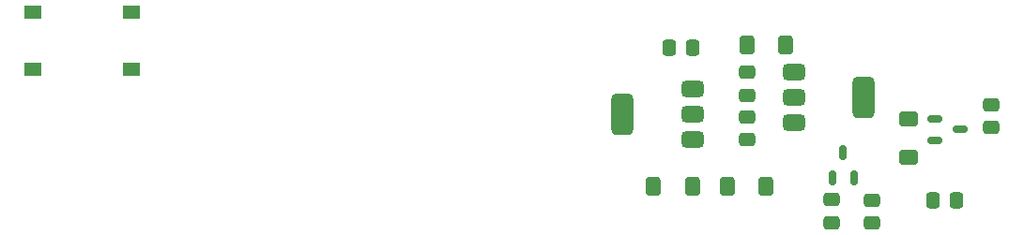
<source format=gbr>
%TF.GenerationSoftware,KiCad,Pcbnew,9.0.5*%
%TF.CreationDate,2025-11-27T11:00:23+01:00*%
%TF.ProjectId,Powersupply,506f7765-7273-4757-9070-6c792e6b6963,rev?*%
%TF.SameCoordinates,Original*%
%TF.FileFunction,Paste,Top*%
%TF.FilePolarity,Positive*%
%FSLAX46Y46*%
G04 Gerber Fmt 4.6, Leading zero omitted, Abs format (unit mm)*
G04 Created by KiCad (PCBNEW 9.0.5) date 2025-11-27 11:00:23*
%MOMM*%
%LPD*%
G01*
G04 APERTURE LIST*
G04 Aperture macros list*
%AMRoundRect*
0 Rectangle with rounded corners*
0 $1 Rounding radius*
0 $2 $3 $4 $5 $6 $7 $8 $9 X,Y pos of 4 corners*
0 Add a 4 corners polygon primitive as box body*
4,1,4,$2,$3,$4,$5,$6,$7,$8,$9,$2,$3,0*
0 Add four circle primitives for the rounded corners*
1,1,$1+$1,$2,$3*
1,1,$1+$1,$4,$5*
1,1,$1+$1,$6,$7*
1,1,$1+$1,$8,$9*
0 Add four rect primitives between the rounded corners*
20,1,$1+$1,$2,$3,$4,$5,0*
20,1,$1+$1,$4,$5,$6,$7,0*
20,1,$1+$1,$6,$7,$8,$9,0*
20,1,$1+$1,$8,$9,$2,$3,0*%
G04 Aperture macros list end*
%ADD10RoundRect,0.250000X-0.475000X0.337500X-0.475000X-0.337500X0.475000X-0.337500X0.475000X0.337500X0*%
%ADD11RoundRect,0.375000X-0.625000X-0.375000X0.625000X-0.375000X0.625000X0.375000X-0.625000X0.375000X0*%
%ADD12RoundRect,0.500000X-0.500000X-1.400000X0.500000X-1.400000X0.500000X1.400000X-0.500000X1.400000X0*%
%ADD13RoundRect,0.250000X-0.400000X-0.600000X0.400000X-0.600000X0.400000X0.600000X-0.400000X0.600000X0*%
%ADD14RoundRect,0.250000X0.475000X-0.337500X0.475000X0.337500X-0.475000X0.337500X-0.475000X-0.337500X0*%
%ADD15RoundRect,0.250000X0.400000X0.600000X-0.400000X0.600000X-0.400000X-0.600000X0.400000X-0.600000X0*%
%ADD16RoundRect,0.250000X-0.600000X0.400000X-0.600000X-0.400000X0.600000X-0.400000X0.600000X0.400000X0*%
%ADD17RoundRect,0.250000X0.337500X0.475000X-0.337500X0.475000X-0.337500X-0.475000X0.337500X-0.475000X0*%
%ADD18RoundRect,0.150000X-0.512500X-0.150000X0.512500X-0.150000X0.512500X0.150000X-0.512500X0.150000X0*%
%ADD19R,1.500000X1.300000*%
%ADD20RoundRect,0.250000X-0.337500X-0.475000X0.337500X-0.475000X0.337500X0.475000X-0.337500X0.475000X0*%
%ADD21RoundRect,0.375000X0.625000X0.375000X-0.625000X0.375000X-0.625000X-0.375000X0.625000X-0.375000X0*%
%ADD22RoundRect,0.500000X0.500000X1.400000X-0.500000X1.400000X-0.500000X-1.400000X0.500000X-1.400000X0*%
%ADD23RoundRect,0.150000X0.150000X-0.512500X0.150000X0.512500X-0.150000X0.512500X-0.150000X-0.512500X0*%
G04 APERTURE END LIST*
D10*
%TO.C,R6*%
X161100000Y-108232500D03*
X161100000Y-110307500D03*
%TD*%
D11*
%TO.C,Q2*%
X154040000Y-96677500D03*
X154040000Y-98977500D03*
D12*
X160340000Y-98977500D03*
D11*
X154040000Y-101277500D03*
%TD*%
D13*
%TO.C,D3*%
X149812500Y-94180000D03*
X153312500Y-94180000D03*
%TD*%
D10*
%TO.C,R4*%
X149840000Y-96692500D03*
X149840000Y-98767500D03*
%TD*%
D14*
%TO.C,I_SET1*%
X171840000Y-101685000D03*
X171840000Y-99610000D03*
%TD*%
D15*
%TO.C,D2*%
X144870000Y-106980000D03*
X141370000Y-106980000D03*
%TD*%
D16*
%TO.C,D4*%
X164340000Y-100912500D03*
X164340000Y-104412500D03*
%TD*%
D17*
%TO.C,V_SET1*%
X168657500Y-108290000D03*
X166582500Y-108290000D03*
%TD*%
D15*
%TO.C,D1*%
X151497500Y-106980000D03*
X147997500Y-106980000D03*
%TD*%
D10*
%TO.C,R2*%
X149840000Y-100702500D03*
X149840000Y-102777500D03*
%TD*%
D18*
%TO.C,U2*%
X166760000Y-100920000D03*
X166760000Y-102820000D03*
X169035000Y-101870000D03*
%TD*%
D19*
%TO.C,D5*%
X94260000Y-96390000D03*
X94260000Y-91290000D03*
X85360000Y-91290000D03*
X85360000Y-96390000D03*
%TD*%
D20*
%TO.C,R1*%
X142790000Y-94472500D03*
X144865000Y-94472500D03*
%TD*%
D10*
%TO.C,R5*%
X157410000Y-108212500D03*
X157410000Y-110287500D03*
%TD*%
D21*
%TO.C,Q1*%
X144867500Y-102792500D03*
X144867500Y-100492500D03*
D22*
X138567500Y-100492500D03*
D21*
X144867500Y-98192500D03*
%TD*%
D23*
%TO.C,U3*%
X157530000Y-106237500D03*
X159430000Y-106237500D03*
X158480000Y-103962500D03*
%TD*%
M02*

</source>
